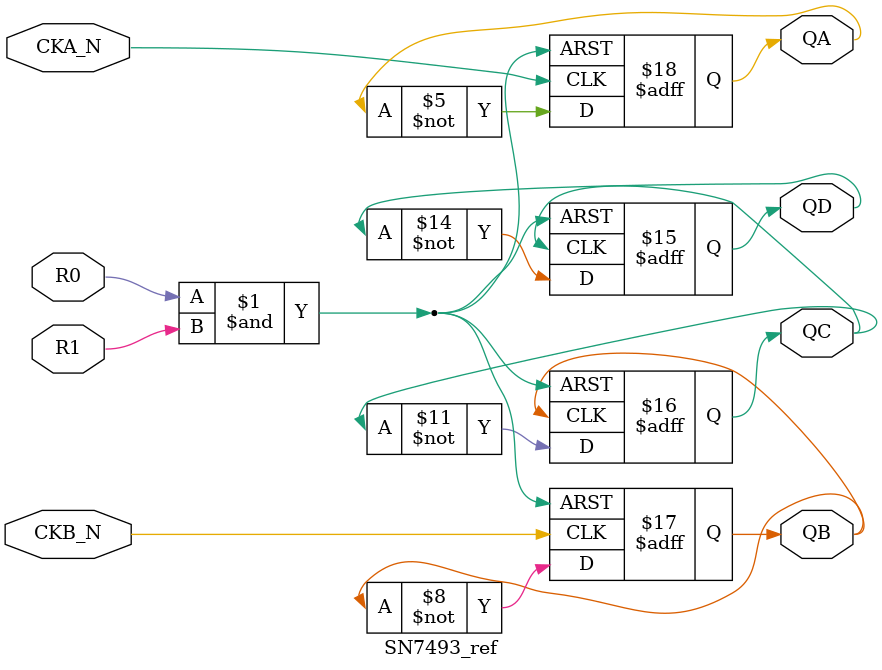
<source format=sv>
/*
 * Original version of SN7493 (4-bit ripple binary counter)
 * for simulation reference
 */
module SN7493_ref(
  input   logic CKA_N, CKB_N,   // clock negative edge
  input   logic R0, R1,         // reset positive asyncronous
  output  logic QA, QB, QC, QD  // 4 bit counter output
);
  logic RESET_N;
  assign RESET_N = ~(R0 & R1);

  always @(negedge CKA_N, negedge RESET_N) begin
    if (!RESET_N)
      QA <= 1'b0;
    else
      QA <= ~QA;
  end

  always @(negedge CKB_N, negedge RESET_N) begin
    if (!RESET_N)
      QB <= 1'b0;
    else
      QB <= ~QB;
  end

  always @(negedge QB, negedge RESET_N) begin
    if (!RESET_N)
      QC <= 1'b0;
    else
      QC <= ~QC;
  end

  always @(negedge QC, negedge RESET_N) begin
    if (!RESET_N)
      QD <= 1'b0;
    else
      QD <= ~QD;
  end

endmodule

</source>
